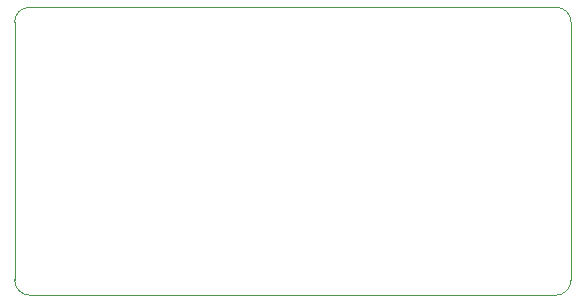
<source format=gbr>
%TF.GenerationSoftware,KiCad,Pcbnew,7.99.0-957-g18dd623122*%
%TF.CreationDate,2023-08-18T16:19:00-04:00*%
%TF.ProjectId,pca9685,70636139-3638-4352-9e6b-696361645f70,V1.0*%
%TF.SameCoordinates,Original*%
%TF.FileFunction,Profile,NP*%
%FSLAX46Y46*%
G04 Gerber Fmt 4.6, Leading zero omitted, Abs format (unit mm)*
G04 Created by KiCad (PCBNEW 7.99.0-957-g18dd623122) date 2023-08-18 16:19:00*
%MOMM*%
%LPD*%
G01*
G04 APERTURE LIST*
%TA.AperFunction,Profile*%
%ADD10C,0.100000*%
%TD*%
G04 APERTURE END LIST*
D10*
X117738026Y-88900000D02*
X162306000Y-88900000D01*
X117856000Y-113284000D02*
X162306000Y-113284000D01*
X117738026Y-88900026D02*
G75*
G03*
X116468026Y-90170000I-26J-1269974D01*
G01*
X116460700Y-111988850D02*
G75*
G03*
X117755809Y-113284000I1295100J-50D01*
G01*
X116460659Y-111988850D02*
X116460659Y-90170000D01*
X163576000Y-90170000D02*
G75*
G03*
X162306000Y-88900000I-1270000J0D01*
G01*
X162306000Y-113284000D02*
G75*
G03*
X163576000Y-112014000I0J1270000D01*
G01*
X117755809Y-113284000D02*
X117856000Y-113284000D01*
X163576000Y-90170000D02*
X163576000Y-112014000D01*
M02*

</source>
